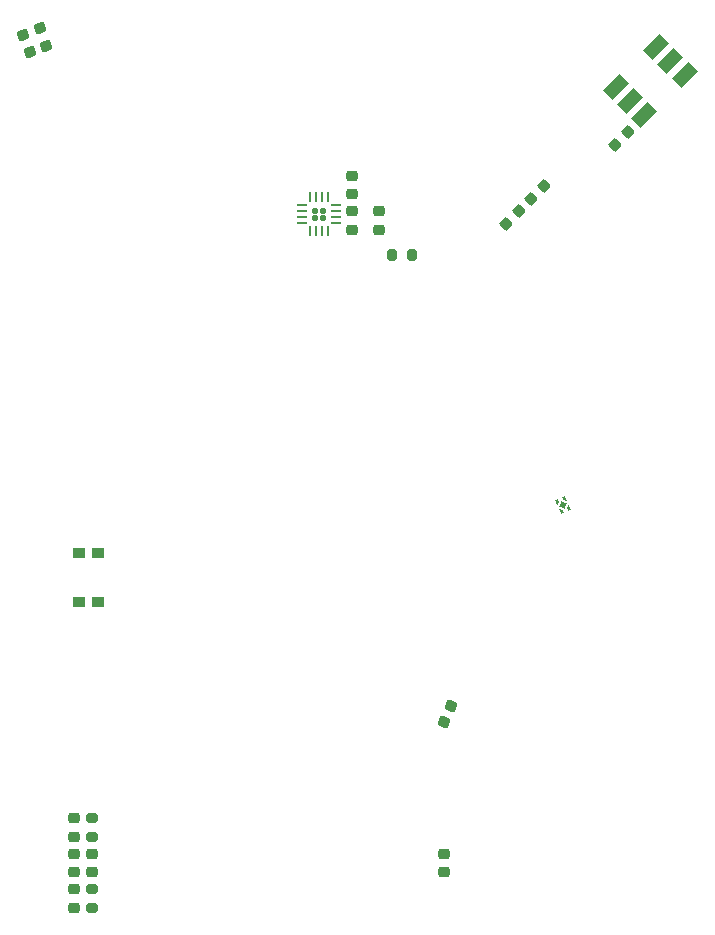
<source format=gbr>
%TF.GenerationSoftware,KiCad,Pcbnew,8.0.6*%
%TF.CreationDate,2024-11-07T16:30:56+01:00*%
%TF.ProjectId,SQUIM_v02,53515549-4d5f-4763-9032-2e6b69636164,rev?*%
%TF.SameCoordinates,Original*%
%TF.FileFunction,Paste,Top*%
%TF.FilePolarity,Positive*%
%FSLAX46Y46*%
G04 Gerber Fmt 4.6, Leading zero omitted, Abs format (unit mm)*
G04 Created by KiCad (PCBNEW 8.0.6) date 2024-11-07 16:30:56*
%MOMM*%
%LPD*%
G01*
G04 APERTURE LIST*
G04 Aperture macros list*
%AMRoundRect*
0 Rectangle with rounded corners*
0 $1 Rounding radius*
0 $2 $3 $4 $5 $6 $7 $8 $9 X,Y pos of 4 corners*
0 Add a 4 corners polygon primitive as box body*
4,1,4,$2,$3,$4,$5,$6,$7,$8,$9,$2,$3,0*
0 Add four circle primitives for the rounded corners*
1,1,$1+$1,$2,$3*
1,1,$1+$1,$4,$5*
1,1,$1+$1,$6,$7*
1,1,$1+$1,$8,$9*
0 Add four rect primitives between the rounded corners*
20,1,$1+$1,$2,$3,$4,$5,0*
20,1,$1+$1,$4,$5,$6,$7,0*
20,1,$1+$1,$6,$7,$8,$9,0*
20,1,$1+$1,$8,$9,$2,$3,0*%
%AMRotRect*
0 Rectangle, with rotation*
0 The origin of the aperture is its center*
0 $1 length*
0 $2 width*
0 $3 Rotation angle, in degrees counterclockwise*
0 Add horizontal line*
21,1,$1,$2,0,0,$3*%
%AMFreePoly0*
4,1,5,0.110000,-0.125000,-0.110000,-0.125000,-0.110000,0.125000,0.360000,0.125000,0.110000,-0.125000,0.110000,-0.125000,$1*%
%AMFreePoly1*
4,1,6,0.290000,-0.055000,0.290000,-0.125000,-0.110000,-0.125000,-0.110000,0.125000,0.110000,0.125000,0.290000,-0.055000,0.290000,-0.055000,$1*%
%AMFreePoly2*
4,1,7,0.110000,-0.125000,-0.110000,-0.125000,-0.290000,-0.125000,-0.290000,-0.055000,-0.110000,0.125000,0.110000,0.125000,0.110000,-0.125000,0.110000,-0.125000,$1*%
%AMFreePoly3*
4,1,6,0.110000,-0.125000,-0.110000,-0.125000,-0.290000,0.055000,-0.290000,0.125000,0.110000,0.125000,0.110000,-0.125000,0.110000,-0.125000,$1*%
G04 Aperture macros list end*
%ADD10RoundRect,0.200000X0.200000X0.275000X-0.200000X0.275000X-0.200000X-0.275000X0.200000X-0.275000X0*%
%ADD11RoundRect,0.225000X0.017678X-0.335876X0.335876X-0.017678X-0.017678X0.335876X-0.335876X0.017678X0*%
%ADD12RoundRect,0.200000X0.275000X-0.200000X0.275000X0.200000X-0.275000X0.200000X-0.275000X-0.200000X0*%
%ADD13RoundRect,0.200000X-0.275000X0.200000X-0.275000X-0.200000X0.275000X-0.200000X0.275000X0.200000X0*%
%ADD14RoundRect,0.225000X-0.250000X0.225000X-0.250000X-0.225000X0.250000X-0.225000X0.250000X0.225000X0*%
%ADD15RoundRect,0.225000X0.314028X-0.120464X0.152762X0.299648X-0.314028X0.120464X-0.152762X-0.299648X0*%
%ADD16FreePoly0,294.000000*%
%ADD17FreePoly1,294.000000*%
%ADD18FreePoly2,294.000000*%
%ADD19FreePoly3,294.000000*%
%ADD20RotRect,0.480000X0.480000X339.000000*%
%ADD21RoundRect,0.225000X0.250000X-0.225000X0.250000X0.225000X-0.250000X0.225000X-0.250000X-0.225000X0*%
%ADD22R,1.000000X0.900000*%
%ADD23RoundRect,0.218750X0.256250X-0.218750X0.256250X0.218750X-0.256250X0.218750X-0.256250X-0.218750X0*%
%ADD24RoundRect,0.125000X0.125000X-0.125000X0.125000X0.125000X-0.125000X0.125000X-0.125000X-0.125000X0*%
%ADD25RoundRect,0.062500X0.062500X-0.350000X0.062500X0.350000X-0.062500X0.350000X-0.062500X-0.350000X0*%
%ADD26RoundRect,0.062500X0.350000X-0.062500X0.350000X0.062500X-0.350000X0.062500X-0.350000X-0.062500X0*%
%ADD27RoundRect,0.225000X-0.142212X0.304796X-0.318041X-0.109431X0.142212X-0.304796X0.318041X0.109431X0*%
%ADD28RotRect,1.100000X2.000000X135.000000*%
G04 APERTURE END LIST*
D10*
%TO.C,R3*%
X156085228Y-101269994D03*
X154435228Y-101269994D03*
%TD*%
D11*
%TO.C,C11*%
X166201992Y-96498008D03*
X167298008Y-95401992D03*
%TD*%
D12*
%TO.C,R1*%
X129005228Y-156519994D03*
X129005228Y-154869994D03*
%TD*%
D11*
%TO.C,C12*%
X164101992Y-98598008D03*
X165198008Y-97501992D03*
%TD*%
D13*
%TO.C,R2*%
X129030228Y-148894994D03*
X129030228Y-150544994D03*
%TD*%
D14*
%TO.C,C9*%
X153330228Y-97544994D03*
X153330228Y-99094994D03*
%TD*%
D15*
%TO.C,C7*%
X123777735Y-84023525D03*
X123222265Y-82576475D03*
%TD*%
D16*
%TO.C,U3*%
X168997492Y-121769490D03*
D17*
X168403688Y-122033869D03*
D18*
X168842964Y-123020498D03*
D19*
X169436768Y-122756119D03*
D20*
X168920228Y-122394994D03*
%TD*%
D21*
%TO.C,C8*%
X158800000Y-153494994D03*
X158800000Y-151944994D03*
%TD*%
D22*
%TO.C,SW1*%
X127948228Y-130604994D03*
X127948228Y-126504994D03*
X129548228Y-130604994D03*
X129548228Y-126504994D03*
%TD*%
D21*
%TO.C,C2*%
X151080228Y-96094994D03*
X151080228Y-94544994D03*
%TD*%
%TO.C,C3*%
X129005228Y-153494994D03*
X129005228Y-151944994D03*
%TD*%
D15*
%TO.C,C10*%
X125150000Y-83500000D03*
X124594530Y-82052950D03*
%TD*%
D11*
%TO.C,C5*%
X173351992Y-91948008D03*
X174448008Y-90851992D03*
%TD*%
D23*
%TO.C,D10*%
X127530228Y-150507494D03*
X127530228Y-148932494D03*
%TD*%
%TO.C,D9*%
X127505228Y-156482494D03*
X127505228Y-154907494D03*
%TD*%
D24*
%TO.C,U2*%
X147940228Y-98099994D03*
X148560228Y-98099994D03*
X147940228Y-97479994D03*
X148560228Y-97479994D03*
D25*
X147500228Y-99227494D03*
X148000228Y-99227494D03*
X148500228Y-99227494D03*
X149000228Y-99227494D03*
D26*
X149687728Y-98539994D03*
X149687728Y-98039994D03*
X149687728Y-97539994D03*
X149687728Y-97039994D03*
D25*
X149000228Y-96352494D03*
X148500228Y-96352494D03*
X148000228Y-96352494D03*
X147500228Y-96352494D03*
D26*
X146812728Y-97039994D03*
X146812728Y-97539994D03*
X146812728Y-98039994D03*
X146812728Y-98539994D03*
%TD*%
D21*
%TO.C,C4*%
X127505228Y-153494994D03*
X127505228Y-151944994D03*
%TD*%
D27*
%TO.C,C6*%
X159402817Y-139386609D03*
X158797183Y-140813391D03*
%TD*%
D28*
%TO.C,D1*%
X173400862Y-86994975D03*
X174602944Y-88197056D03*
X175805025Y-89399138D03*
X179199138Y-86005025D03*
X177997056Y-84802944D03*
X176794975Y-83600862D03*
%TD*%
D14*
%TO.C,C1*%
X151080228Y-97544994D03*
X151080228Y-99094994D03*
%TD*%
M02*

</source>
